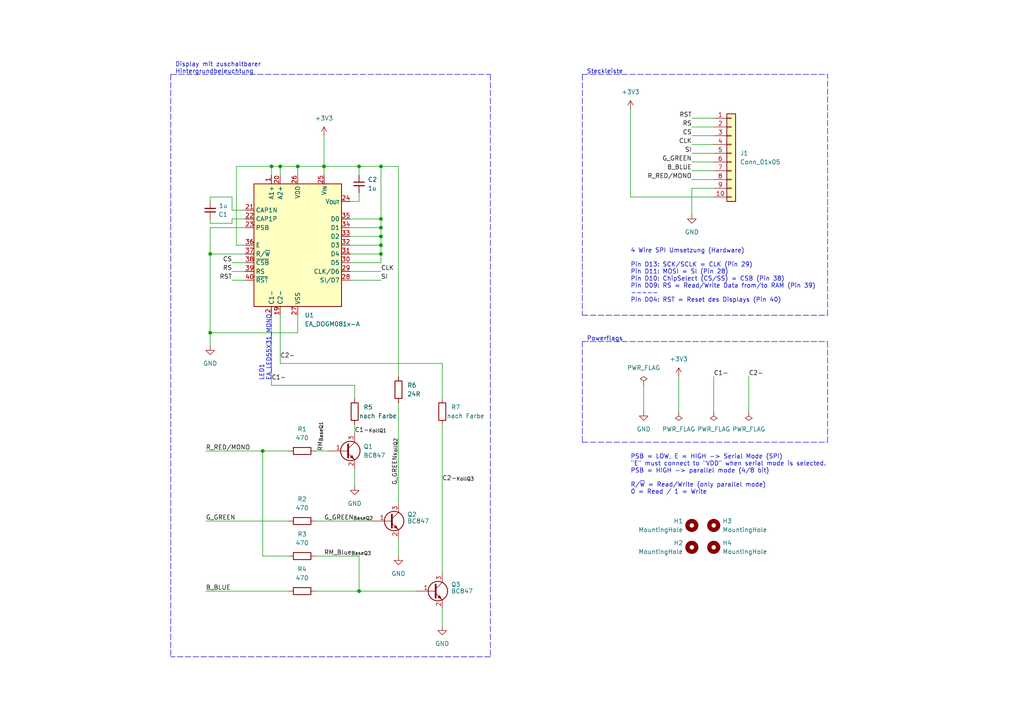
<source format=kicad_sch>
(kicad_sch (version 20211123) (generator eeschema)
  (paper "A4")
  (title_block (title "DOGMXXXX-A Adapter") (date "2022-03-12") (rev "1.1") (company "KR"))
  (lib_symbols
    (symbol "Connector_Generic:Conn_01x10" (pin_names (offset 1.016) hide)
      (property "Reference" "J" (at 0 12.7 0))
      (property "Value" "Conn_01x10" (at 0 -15.24 0))
      (symbol "Conn_01x10_1_1"
        (rectangle (start -1.27 -12.573) (end 0 -12.827) (stroke (width 0.1524)))
        (rectangle (start -1.27 -10.033) (end 0 -10.287) (stroke (width 0.1524)))
        (rectangle (start -1.27 -7.493) (end 0 -7.747) (stroke (width 0.1524)))
        (rectangle (start -1.27 -4.953) (end 0 -5.207) (stroke (width 0.1524)))
        (rectangle (start -1.27 -2.413) (end 0 -2.667) (stroke (width 0.1524)))
        (rectangle (start -1.27 0.127) (end 0 -0.127) (stroke (width 0.1524)))
        (rectangle (start -1.27 2.667) (end 0 2.413) (stroke (width 0.1524)))
        (rectangle (start -1.27 5.207) (end 0 4.953) (stroke (width 0.1524)))
        (rectangle (start -1.27 7.747) (end 0 7.493) (stroke (width 0.1524)))
        (rectangle (start -1.27 10.287) (end 0 10.033) (stroke (width 0.1524)))
        (rectangle (start -1.27 11.43) (end 1.27 -13.97) (stroke (width 0.254)) (fill (type background)))
        (pin passive line (at -5.08 10.16 0) (length 3.81) (name "Pin_1") (number "1"))
        (pin passive line (at -5.08 -12.7 0) (length 3.81) (name "Pin_10") (number "10"))
        (pin passive line (at -5.08 7.62 0) (length 3.81) (name "Pin_2") (number "2"))
        (pin passive line (at -5.08 5.08 0) (length 3.81) (name "Pin_3") (number "3"))
        (pin passive line (at -5.08 2.54 0) (length 3.81) (name "Pin_4") (number "4"))
        (pin passive line (at -5.08 0 0) (length 3.81) (name "Pin_5") (number "5"))
        (pin passive line (at -5.08 -2.54 0) (length 3.81) (name "Pin_6") (number "6"))
        (pin passive line (at -5.08 -5.08 0) (length 3.81) (name "Pin_7") (number "7"))
        (pin passive line (at -5.08 -7.62 0) (length 3.81) (name "Pin_8") (number "8"))
        (pin passive line (at -5.08 -10.16 0) (length 3.81) (name "Pin_9") (number "9"))
      )
    )
    (symbol "Device:C_Small" (pin_numbers hide) (pin_names (offset 0.254) hide)
      (property "Reference" "C" (at 0.254 1.778 0))
      (property "Value" "C_Small" (at 0.254 -2.032 0))
      (symbol "C_Small_0_1"
        (polyline (pts (xy -1.524 -0.508) (xy 1.524 -0.508)) (stroke (width 0.3302)))
        (polyline (pts (xy -1.524 0.508) (xy 1.524 0.508)) (stroke (width 0.3048)))
      )
      (symbol "C_Small_1_1"
        (pin passive line (at 0 2.54 270) (length 2.032) (name "~") (number "1"))
        (pin passive line (at 0 -2.54 90) (length 2.032) (name "~") (number "2"))
      )
    )
    (symbol "Device:R" (pin_numbers hide) (pin_names (offset 0))
      (property "Reference" "R" (at 2.032 0 90))
      (property "Value" "R" (at 0 0 90))
      (symbol "R_0_1"
        (rectangle (start -1.016 -2.54) (end 1.016 2.54) (stroke (width 0.254)))
      )
      (symbol "R_1_1"
        (pin passive line (at 0 3.81 270) (length 1.27) (name "~") (number "1"))
        (pin passive line (at 0 -3.81 90) (length 1.27) (name "~") (number "2"))
      )
    )
    (symbol "Mechanical:MountingHole" (pin_names (offset 1.016))
      (property "Reference" "H" (at 0 5.08 0))
      (property "Value" "MountingHole" (at 0 3.175 0))
      (symbol "MountingHole_0_1"
        (circle (center 0 0) (radius 1.27) (stroke (width 1.27)))
      )
    )
    (symbol "MyDisplay_Character:EA_DOGM081x-A"
      (property "Reference" "U" (at 0 5.08 0))
      (property "Value" "EA_DOGM081x-A" (at 0 2.54 0))
      (symbol "EA_DOGM081x-A_0_0"
        (pin power_in line (at -7.62 20.32 270) (length 2.54) (name "A1+") (number "1"))
        (pin power_in line (at -5.08 -20.32 90) (length 2.54) (name "C2-") (number "19"))
        (pin power_in line (at -7.62 -20.32 90) (length 2.54) (name "C1-") (number "2"))
        (pin power_in line (at -5.08 20.32 270) (length 2.54) (name "A2+") (number "20"))
        (pin passive line (at -15.24 10.16 0) (length 2.54) (name "CAP1N") (number "21"))
        (pin passive line (at -15.24 7.62 0) (length 2.54) (name "CAP1P") (number "22"))
        (pin input line (at -15.24 5.08 0) (length 2.54) (name "PSB") (number "23"))
        (pin power_out line (at 15.24 12.7 180) (length 2.54) (name "V_{OUT}") (number "24"))
        (pin power_in line (at 7.62 20.32 270) (length 2.54) (name "V_{IN}") (number "25"))
        (pin power_in line (at 0 -20.32 90) (length 2.54) (name "VSS") (number "27"))
        (pin passive line (at 15.24 -10.16 180) (length 2.54) (name "SI/D7") (number "28"))
        (pin passive line (at 15.24 -7.62 180) (length 2.54) (name "CLK/D6") (number "29"))
        (pin passive line (at 15.24 -5.08 180) (length 2.54) (name "D5") (number "30"))
        (pin passive line (at 15.24 -2.54 180) (length 2.54) (name "D4") (number "31"))
        (pin passive line (at 15.24 0 180) (length 2.54) (name "D3") (number "32"))
        (pin passive line (at 15.24 2.54 180) (length 2.54) (name "D2") (number "33"))
        (pin passive line (at 15.24 5.08 180) (length 2.54) (name "D1") (number "34"))
        (pin passive line (at 15.24 7.62 180) (length 2.54) (name "D0") (number "35"))
        (pin input line (at -15.24 0 0) (length 2.54) (name "E") (number "36"))
        (pin input line (at -15.24 -2.54 0) (length 2.54) (name "R/~{W}") (number "37"))
        (pin input line (at -15.24 -5.08 0) (length 2.54) (name "~{CSB}") (number "38"))
        (pin input line (at -15.24 -7.62 0) (length 2.54) (name "RS") (number "39"))
        (pin input line (at -15.24 -10.16 0) (length 2.54) (name "~{RST}") (number "40"))
      )
      (symbol "EA_DOGM081x-A_0_1"
        (rectangle (start -12.7 17.78) (end 12.7 -17.78) (stroke (width 0.254)) (fill (type background)))
      )
      (symbol "EA_DOGM081x-A_1_1"
        (pin power_in line (at 0 20.32 270) (length 2.54) (name "VDD") (number "26"))
      )
    )
    (symbol "Transistor_BJT:BC847" (pin_names (offset 0) hide)
      (property "Reference" "Q" (at 5.08 1.905 0))
      (property "Value" "BC847" (at 5.08 0 0))
      (symbol "BC847_0_1"
        (polyline (pts (xy 0.635 0.635) (xy 2.54 2.54)))
        (polyline (pts (xy 0.635 -0.635) (xy 2.54 -2.54) (xy 2.54 -2.54)))
        (polyline (pts (xy 0.635 1.905) (xy 0.635 -1.905) (xy 0.635 -1.905)) (stroke (width 0.508)))
        (polyline (pts (xy 1.27 -1.778) (xy 1.778 -1.27) (xy 2.286 -2.286) (xy 1.27 -1.778) (xy 1.27 -1.778)) (fill (type outline)))
        (circle (center 1.27 0) (radius 2.8194) (stroke (width 0.254)))
      )
      (symbol "BC847_1_1"
        (pin input line (at -5.08 0 0) (length 5.715) (name "B") (number "1"))
        (pin passive line (at 2.54 -5.08 90) (length 2.54) (name "E") (number "2"))
        (pin passive line (at 2.54 5.08 270) (length 2.54) (name "C") (number "3"))
      )
    )
    (symbol "power:+3V3" (power) (pin_names (offset 0))
      (property "Value" "+3V3" (at 0 3.556 0))
      (symbol "+3V3_0_1"
        (polyline (pts (xy -0.762 1.27) (xy 0 2.54)))
        (polyline (pts (xy 0 0) (xy 0 2.54)))
        (polyline (pts (xy 0 2.54) (xy 0.762 1.27)))
      )
      (symbol "+3V3_1_1"
        (pin power_in line (at 0 0 90) (length 0) hide (name "+3V3") (number "1"))
      )
    )
    (symbol "power:GND" (power) (pin_names (offset 0))
      (property "Value" "GND" (at 0 -3.81 0))
      (symbol "GND_0_1"
        (polyline (pts (xy 0 0) (xy 0 -1.27) (xy 1.27 -1.27) (xy 0 -2.54) (xy -1.27 -1.27) (xy 0 -1.27)))
      )
      (symbol "GND_1_1"
        (pin power_in line (at 0 0 270) (length 0) hide (name "GND") (number "1"))
      )
    )
    (symbol "power:PWR_FLAG" (power) (pin_numbers hide) (pin_names (offset 0) hide)
      (property "Value" "PWR_FLAG" (at 0 3.81 0))
      (symbol "PWR_FLAG_0_0"
        (pin power_out line (at 0 0 90) (length 0) (name "pwr") (number "1"))
      )
      (symbol "PWR_FLAG_0_1"
        (polyline (pts (xy 0 0) (xy 0 1.27) (xy -1.016 1.905) (xy 0 2.54) (xy 1.016 1.905) (xy 0 1.27)))
      )
    )
  )
  (junction (at 78.74 48.26))
  (junction (at 60.96 96.52))
  (junction (at 104.14 171.45))
  (junction (at 110.49 71.12))
  (junction (at 110.49 63.5))
  (junction (at 110.49 66.04))
  (junction (at 76.2 130.81))
  (junction (at 81.28 48.26))
  (junction (at 110.49 68.58))
  (junction (at 110.49 73.66))
  (junction (at 60.96 73.66))
  (junction (at 104.14 48.26))
  (junction (at 93.98 48.26))
  (junction (at 110.49 48.26))
  (junction (at 86.36 48.26))
  (wire (pts (xy 67.31 64.77) (xy 60.96 64.77)))
  (polyline (pts (xy 168.91 21.59) (xy 240.03 21.59)))
  (wire (pts (xy 200.66 52.07) (xy 207.01 52.07)))
  (wire (pts (xy 102.87 123.19) (xy 102.87 125.73)))
  (polyline (pts (xy 142.24 190.5) (xy 49.53 190.5)))
  (wire (pts (xy 101.6 78.74) (xy 110.49 78.74)))
  (wire (pts (xy 60.96 73.66) (xy 71.12 73.66)))
  (wire (pts (xy 71.12 66.04) (xy 60.96 66.04)))
  (wire (pts (xy 60.96 66.04) (xy 60.96 73.66)))
  (wire (pts (xy 71.12 63.5) (xy 67.31 63.5)))
  (wire (pts (xy 200.66 41.91) (xy 207.01 41.91)))
  (wire (pts (xy 60.96 73.66) (xy 60.96 96.52)))
  (wire (pts (xy 110.49 71.12) (xy 110.49 68.58)))
  (polyline (pts (xy 168.91 99.06) (xy 168.91 128.27)))
  (wire (pts (xy 104.14 50.8) (xy 104.14 48.26)))
  (wire (pts (xy 83.82 161.29) (xy 76.2 161.29)))
  (wire (pts (xy 67.31 57.15) (xy 60.96 57.15)))
  (wire (pts (xy 91.44 161.29) (xy 104.14 161.29)))
  (wire (pts (xy 110.49 73.66) (xy 110.49 71.12)))
  (wire (pts (xy 104.14 48.26) (xy 93.98 48.26)))
  (wire (pts (xy 78.74 48.26) (xy 81.28 48.26)))
  (wire (pts (xy 68.58 71.12) (xy 68.58 48.26)))
  (wire (pts (xy 217.17 109.22) (xy 217.17 119.38)))
  (wire (pts (xy 67.31 76.2) (xy 71.12 76.2)))
  (wire (pts (xy 86.36 48.26) (xy 93.98 48.26)))
  (wire (pts (xy 101.6 73.66) (xy 110.49 73.66)))
  (wire (pts (xy 128.27 115.57) (xy 128.27 105.41)))
  (polyline (pts (xy 142.24 21.59) (xy 142.24 190.5)))
  (wire (pts (xy 93.98 48.26) (xy 93.98 50.8)))
  (wire (pts (xy 60.96 57.15) (xy 60.96 58.42)))
  (wire (pts (xy 200.66 36.83) (xy 207.01 36.83)))
  (wire (pts (xy 101.6 76.2) (xy 110.49 76.2)))
  (wire (pts (xy 110.49 76.2) (xy 110.49 73.66)))
  (wire (pts (xy 68.58 48.26) (xy 78.74 48.26)))
  (wire (pts (xy 200.66 46.99) (xy 207.01 46.99)))
  (wire (pts (xy 81.28 48.26) (xy 81.28 50.8)))
  (wire (pts (xy 78.74 111.76) (xy 102.87 111.76)))
  (wire (pts (xy 81.28 105.41) (xy 81.28 91.44)))
  (polyline (pts (xy 168.91 21.59) (xy 168.91 91.44)))
  (polyline (pts (xy 49.53 21.59) (xy 49.53 190.5)))
  (wire (pts (xy 110.49 66.04) (xy 110.49 63.5)))
  (wire (pts (xy 78.74 48.26) (xy 78.74 50.8)))
  (wire (pts (xy 101.6 66.04) (xy 110.49 66.04)))
  (wire (pts (xy 67.31 60.96) (xy 71.12 60.96)))
  (wire (pts (xy 86.36 50.8) (xy 86.36 48.26)))
  (wire (pts (xy 86.36 91.44) (xy 86.36 96.52)))
  (wire (pts (xy 76.2 161.29) (xy 76.2 130.81)))
  (wire (pts (xy 67.31 78.74) (xy 71.12 78.74)))
  (wire (pts (xy 200.66 49.53) (xy 207.01 49.53)))
  (polyline (pts (xy 240.03 128.27) (xy 240.03 99.06)))
  (wire (pts (xy 67.31 63.5) (xy 67.31 64.77)))
  (wire (pts (xy 67.31 81.28) (xy 71.12 81.28)))
  (wire (pts (xy 115.57 116.84) (xy 115.57 146.05)))
  (wire (pts (xy 110.49 68.58) (xy 110.49 66.04)))
  (wire (pts (xy 128.27 176.53) (xy 128.27 181.61)))
  (wire (pts (xy 78.74 91.44) (xy 78.74 111.76)))
  (wire (pts (xy 186.69 111.76) (xy 186.69 119.38)))
  (wire (pts (xy 110.49 63.5) (xy 110.49 48.26)))
  (wire (pts (xy 67.31 57.15) (xy 67.31 60.96)))
  (wire (pts (xy 81.28 48.26) (xy 86.36 48.26)))
  (wire (pts (xy 104.14 171.45) (xy 120.65 171.45)))
  (wire (pts (xy 102.87 135.89) (xy 102.87 140.97)))
  (wire (pts (xy 101.6 63.5) (xy 110.49 63.5)))
  (polyline (pts (xy 49.53 21.59) (xy 142.24 21.59)))
  (wire (pts (xy 59.69 171.45) (xy 83.82 171.45)))
  (wire (pts (xy 207.01 54.61) (xy 200.66 54.61)))
  (wire (pts (xy 93.98 39.37) (xy 93.98 48.26)))
  (polyline (pts (xy 168.91 99.06) (xy 240.03 99.06)))
  (wire (pts (xy 196.85 109.22) (xy 196.85 119.38)))
  (wire (pts (xy 207.01 109.22) (xy 207.01 119.38)))
  (wire (pts (xy 110.49 48.26) (xy 115.57 48.26)))
  (polyline (pts (xy 240.03 91.44) (xy 240.03 21.59)))
  (wire (pts (xy 59.69 151.13) (xy 83.82 151.13)))
  (wire (pts (xy 115.57 156.21) (xy 115.57 161.29)))
  (wire (pts (xy 101.6 68.58) (xy 110.49 68.58)))
  (wire (pts (xy 200.66 54.61) (xy 200.66 62.23)))
  (wire (pts (xy 200.66 44.45) (xy 207.01 44.45)))
  (wire (pts (xy 104.14 48.26) (xy 110.49 48.26)))
  (wire (pts (xy 200.66 34.29) (xy 207.01 34.29)))
  (wire (pts (xy 102.87 115.57) (xy 102.87 111.76)))
  (wire (pts (xy 91.44 130.81) (xy 95.25 130.81)))
  (wire (pts (xy 200.66 39.37) (xy 207.01 39.37)))
  (wire (pts (xy 91.44 171.45) (xy 104.14 171.45)))
  (wire (pts (xy 60.96 64.77) (xy 60.96 63.5)))
  (wire (pts (xy 81.28 105.41) (xy 128.27 105.41)))
  (wire (pts (xy 104.14 58.42) (xy 104.14 55.88)))
  (wire (pts (xy 76.2 130.81) (xy 83.82 130.81)))
  (wire (pts (xy 60.96 96.52) (xy 86.36 96.52)))
  (wire (pts (xy 71.12 71.12) (xy 68.58 71.12)))
  (wire (pts (xy 115.57 48.26) (xy 115.57 109.22)))
  (wire (pts (xy 101.6 71.12) (xy 110.49 71.12)))
  (wire (pts (xy 101.6 81.28) (xy 110.49 81.28)))
  (polyline (pts (xy 168.91 91.44) (xy 240.03 91.44)))
  (wire (pts (xy 128.27 123.19) (xy 128.27 166.37)))
  (polyline (pts (xy 168.91 128.27) (xy 240.03 128.27)))
  (wire (pts (xy 59.69 130.81) (xy 76.2 130.81)))
  (wire (pts (xy 101.6 58.42) (xy 104.14 58.42)))
  (wire (pts (xy 182.88 57.15) (xy 207.01 57.15)))
  (wire (pts (xy 182.88 31.75) (xy 182.88 57.15)))
  (wire (pts (xy 91.44 151.13) (xy 107.95 151.13)))
  (wire (pts (xy 60.96 96.52) (xy 60.96 100.33)))
  (wire (pts (xy 104.14 161.29) (xy 104.14 171.45)))
  (text "PSB = LOW, E = HIGH -> Serial Mode (SPI)\n\"E\" must connect to \"VDD\" when serial mode is selected.\nPSB = HIGH -> parallel mode (4/8 bit)\n\nR/~{W} = Read/Write (only parallel mode)\n0 = Read / 1 = Write\n" (at 182.88 143.51 0) (effects (font (size 1.27 1.27)) (justify left bottom)))
  (text "Steckleiste" (at 170.18 21.59 0) (effects (font (size 1.27 1.27)) (justify left bottom)))
  (text "Display mit zuschaltbarer \nHintergrundbeleuchtung" (at 50.8 21.59 0) (effects (font (size 1.27 1.27)) (justify left bottom)))
  (text "LED1\nEA_LED55X31_MONO" (at 78.74 110.49 90) (effects (font (size 1.27 1.27)) (justify left bottom)))
  (text "4 Wire SPI Umsetzung (Hardware)\n\nPin D13: SCK/SCLK = CLK (Pin 29)\nPin D11: MOSI = SI (Pin 28)\nPin D10: ChipSelect (CS/SS) = CSB (Pin 38)\nPin D09: RS = Read/Write Data from/to RAM (Pin 39)\n-----\nPin D04: RST = Reset des Displays (Pin 40)\n\n\n\n" (at 182.88 93.98 0) (effects (font (size 1.27 1.27)) (justify left bottom)))
  (text "Powerflags" (at 170.18 99.06 0) (effects (font (size 1.27 1.27)) (justify left bottom)))
  (label "R_RED{slash}MONO" (at 200.66 52.07 180))
  (label "CLK" (at 200.66 41.91 180))
  (label "RST" (at 200.66 34.29 180))
  (label "C2-" (at 81.28 104.14 0))
  (label "CS" (at 200.66 39.37 180))
  (label "C2-_{KollQ3}" (at 128.27 139.7 0))
  (label "RM_{BaseQ1}" (at 93.98 130.81 90))
  (label "RS" (at 200.66 36.83 180))
  (label "G_GREEN_{KollQ2}" (at 115.57 127 270))
  (label "C1-" (at 78.74 110.49 0))
  (label "SI" (at 200.66 44.45 180))
  (label "CS" (at 67.31 76.2 180))
  (label "B_BLUE" (at 59.69 171.45 0))
  (label "RST" (at 67.31 81.28 180))
  (label "C1-_{KollQ1}" (at 102.87 125.73 0))
  (label "C1-" (at 207.01 109.22 0))
  (label "G_GREEN" (at 200.66 46.99 180))
  (label "SI" (at 110.49 81.28 0))
  (label "G_GREEN_{BaseQ2}" (at 93.98 151.13 0))
  (label "RS" (at 67.31 78.74 180))
  (label "C2-" (at 217.17 109.22 0))
  (label "G_GREEN" (at 59.69 151.13 0))
  (label "RM_Blue_{BaseQ3}" (at 93.98 161.29 0))
  (label "B_BLUE" (at 200.66 49.53 180))
  (label "R_RED{slash}MONO" (at 59.69 130.81 0))
  (label "CLK" (at 110.49 78.74 0))
  (symbol (lib_id "Device:R") (at 102.87 119.38 0) (unit 1)
    (property "Reference" "R5" (at 105.41 118.1099 0) (effects (justify left)))
    (property "Value" "nach Farbe" (at 104.14 120.65 0) (effects (justify left)))
    (property "Footprint" "Resistor_SMD:R_1206_3216Metric_Pad1.30x1.75mm_HandSolder" (effects hide))
  )
  (symbol (lib_id "Connector_Generic:Conn_01x10") (at 212.09 44.45 0) (unit 1)
    (property "Reference" "J1" (at 214.63 44.4499 0) (effects (justify left)))
    (property "Value" "Conn_01x05" (at 214.63 46.9899 0) (effects (justify left)))
    (property "Footprint" "Connector_PinHeader_2.54mm:PinHeader_1x10_P2.54mm_Vertical" (effects hide))
  )
  (symbol (lib_id "power:PWR_FLAG") (at 196.85 119.38 180) (unit 1)
    (property "Reference" "#FLG02" (effects hide))
    (property "Value" "PWR_FLAG" (at 196.85 124.46 0))
  )
  (symbol (lib_id "Transistor_BJT:BC847") (at 113.03 151.13 0) (unit 1)
    (property "Reference" "Q2" (at 118.11 149.225 0) (effects (justify left)))
    (property "Value" "BC847" (at 118.11 151.13 0) (effects (justify left)))
    (property "Footprint" "Package_TO_SOT_SMD:SOT-23" (effects hide))
    (property "Datasheet" "http://www.infineon.com/dgdl/Infineon-BC847SERIES_BC848SERIES_BC849SERIES_BC850SERIES-DS-v01_01-en.pdf?fileId=db3a304314dca389011541d4630a1657" (effects hide))
  )
  (symbol (lib_id "power:+3V3") (at 182.88 31.75 0) (unit 1)
    (property "Reference" "#PWR08" (effects hide))
    (property "Value" "+3V3" (at 182.88 26.67 0))
  )
  (symbol (lib_id "Device:C_Small") (at 104.14 53.34 0) (unit 1)
    (property "Reference" "C2" (at 106.68 52.0762 0) (effects (justify left)))
    (property "Value" "1u" (at 106.68 54.6162 0) (effects (justify left)))
    (property "Footprint" "Capacitor_SMD:C_1206_3216Metric_Pad1.33x1.80mm_HandSolder" (effects hide))
  )
  (symbol (lib_id "Mechanical:MountingHole") (at 207.01 152.4 0) (unit 1)
    (property "Reference" "H3" (at 209.55 151.1299 0) (effects (justify left)))
    (property "Value" "MountingHole" (at 209.55 153.6699 0) (effects (justify left)))
    (property "Footprint" "MountingHole:MountingHole_3.2mm_M3" (effects hide))
  )
  (symbol (lib_id "MyDisplay_Character:EA_DOGM081x-A") (at 86.36 71.12 0) (unit 1)
    (property "Reference" "U1" (at 88.3794 91.44 0) (effects (justify left)))
    (property "Value" "EA_DOGM081x-A" (at 88.3794 93.98 0) (effects (justify left)))
    (property "Footprint" "MyDisplay:EA_DOGMxxxx-A_55x27mm_P2.54" (effects hide))
    (property "Datasheet" "https://cdn-reichelt.de/documents/datenblatt/A500/DOG-M%281%29.pdf" (effects hide))
  )
  (symbol (lib_id "Transistor_BJT:BC847") (at 125.73 171.45 0) (unit 1)
    (property "Reference" "Q3" (at 130.81 169.545 0) (effects (justify left)))
    (property "Value" "BC847" (at 130.81 171.45 0) (effects (justify left)))
    (property "Footprint" "Package_TO_SOT_SMD:SOT-23" (effects hide))
    (property "Datasheet" "http://www.infineon.com/dgdl/Infineon-BC847SERIES_BC848SERIES_BC849SERIES_BC850SERIES-DS-v01_01-en.pdf?fileId=db3a304314dca389011541d4630a1657" (effects hide))
  )
  (symbol (lib_id "power:GND") (at 102.87 140.97 0) (unit 1)
    (property "Reference" "#PWR03" (effects hide))
    (property "Value" "GND" (at 102.87 146.05 0))
  )
  (symbol (lib_id "Device:C_Small") (at 60.96 60.96 180) (unit 1)
    (property "Reference" "C1" (at 66.04 62.23 0) (effects (justify left)))
    (property "Value" "1u" (at 66.04 59.69 0) (effects (justify left)))
    (property "Footprint" "Capacitor_SMD:C_1206_3216Metric_Pad1.33x1.80mm_HandSolder" (effects hide))
  )
  (symbol (lib_id "power:PWR_FLAG") (at 186.69 111.76 0) (unit 1)
    (property "Reference" "#FLG01" (effects hide))
    (property "Value" "PWR_FLAG" (at 186.69 106.68 0))
  )
  (symbol (lib_id "Device:R") (at 87.63 130.81 90) (unit 1)
    (property "Reference" "R1" (at 87.63 124.46 90))
    (property "Value" "470" (at 87.63 127 90))
    (property "Footprint" "Resistor_SMD:R_1206_3216Metric_Pad1.30x1.75mm_HandSolder" (effects hide))
  )
  (symbol (lib_id "power:GND") (at 186.69 119.38 0) (unit 1)
    (property "Reference" "#PWR06" (effects hide))
    (property "Value" "GND" (at 186.69 124.46 0))
  )
  (symbol (lib_id "power:GND") (at 60.96 100.33 0) (unit 1)
    (property "Reference" "#PWR01" (effects hide))
    (property "Value" "GND" (at 60.96 105.41 0))
  )
  (symbol (lib_id "Device:R") (at 115.57 113.03 0) (unit 1)
    (property "Reference" "R6" (at 118.11 111.7599 0) (effects (justify left)))
    (property "Value" "24R" (at 118.11 114.2999 0) (effects (justify left)))
    (property "Footprint" "Resistor_SMD:R_1206_3216Metric_Pad1.30x1.75mm_HandSolder" (effects hide))
  )
  (symbol (lib_id "Device:R") (at 128.27 119.38 0) (unit 1)
    (property "Reference" "R7" (at 130.81 118.1099 0) (effects (justify left)))
    (property "Value" "nach Farbe" (at 129.54 120.65 0) (effects (justify left)))
    (property "Footprint" "Resistor_SMD:R_1206_3216Metric_Pad1.30x1.75mm_HandSolder" (effects hide))
  )
  (symbol (lib_id "Device:R") (at 87.63 151.13 90) (unit 1)
    (property "Reference" "R2" (at 87.63 144.78 90))
    (property "Value" "470" (at 87.63 147.32 90))
    (property "Footprint" "Resistor_SMD:R_1206_3216Metric_Pad1.30x1.75mm_HandSolder" (effects hide))
  )
  (symbol (lib_id "Mechanical:MountingHole") (at 200.66 152.4 0) (unit 1)
    (property "Reference" "H1" (at 198.12 151.1299 0) (effects (justify right)))
    (property "Value" "MountingHole" (at 198.12 153.6699 0) (effects (justify right)))
    (property "Footprint" "MountingHole:MountingHole_3.2mm_M3" (effects hide))
  )
  (symbol (lib_id "power:GND") (at 115.57 161.29 0) (unit 1)
    (property "Reference" "#PWR04" (effects hide))
    (property "Value" "GND" (at 115.57 166.37 0))
  )
  (symbol (lib_id "Mechanical:MountingHole") (at 200.66 158.75 0) (unit 1)
    (property "Reference" "H2" (at 198.12 157.4799 0) (effects (justify right)))
    (property "Value" "MountingHole" (at 198.12 160.0199 0) (effects (justify right)))
    (property "Footprint" "MountingHole:MountingHole_3.2mm_M3" (effects hide))
  )
  (symbol (lib_id "Mechanical:MountingHole") (at 207.01 158.75 0) (unit 1)
    (property "Reference" "H4" (at 209.55 157.4799 0) (effects (justify left)))
    (property "Value" "MountingHole" (at 209.55 160.0199 0) (effects (justify left)))
    (property "Footprint" "MountingHole:MountingHole_3.2mm_M3" (effects hide))
  )
  (symbol (lib_id "power:GND") (at 200.66 62.23 0) (unit 1)
    (property "Reference" "#PWR09" (effects hide))
    (property "Value" "GND" (at 200.66 67.31 0))
  )
  (symbol (lib_id "Device:R") (at 87.63 161.29 90) (unit 1)
    (property "Reference" "R3" (at 87.63 154.94 90))
    (property "Value" "470" (at 87.63 157.48 90))
    (property "Footprint" "Resistor_SMD:R_1206_3216Metric_Pad1.30x1.75mm_HandSolder" (effects hide))
  )
  (symbol (lib_id "Device:R") (at 87.63 171.45 90) (unit 1)
    (property "Reference" "R4" (at 87.63 165.1 90))
    (property "Value" "470" (at 87.63 167.64 90))
    (property "Footprint" "Resistor_SMD:R_1206_3216Metric_Pad1.30x1.75mm_HandSolder" (effects hide))
  )
  (symbol (lib_id "power:GND") (at 128.27 181.61 0) (unit 1)
    (property "Reference" "#PWR05" (effects hide))
    (property "Value" "GND" (at 128.27 186.69 0))
  )
  (symbol (lib_id "power:+3V3") (at 196.85 109.22 0) (unit 1)
    (property "Reference" "#PWR07" (effects hide))
    (property "Value" "+3V3" (at 196.85 104.14 0))
  )
  (symbol (lib_id "Transistor_BJT:BC847") (at 100.33 130.81 0) (unit 1)
    (property "Reference" "Q1" (at 105.41 129.5399 0) (effects (justify left)))
    (property "Value" "BC847" (at 105.41 132.0799 0) (effects (justify left)))
    (property "Footprint" "Package_TO_SOT_SMD:SOT-23" (effects hide))
    (property "Datasheet" "http://www.infineon.com/dgdl/Infineon-BC847SERIES_BC848SERIES_BC849SERIES_BC850SERIES-DS-v01_01-en.pdf?fileId=db3a304314dca389011541d4630a1657" (effects hide))
  )
  (symbol (lib_id "power:+3V3") (at 93.98 39.37 0) (unit 1)
    (property "Reference" "#PWR02" (effects hide))
    (property "Value" "+3V3" (at 93.98 34.29 0))
  )
  (symbol (lib_id "power:PWR_FLAG") (at 217.17 119.38 180) (unit 1)
    (property "Reference" "#FLG04" (effects hide))
    (property "Value" "PWR_FLAG" (at 217.17 124.46 0))
  )
  (symbol (lib_id "power:PWR_FLAG") (at 207.01 119.38 180) (unit 1)
    (property "Reference" "#FLG03" (effects hide))
    (property "Value" "PWR_FLAG" (at 207.01 124.46 0))
  )
)
</source>
